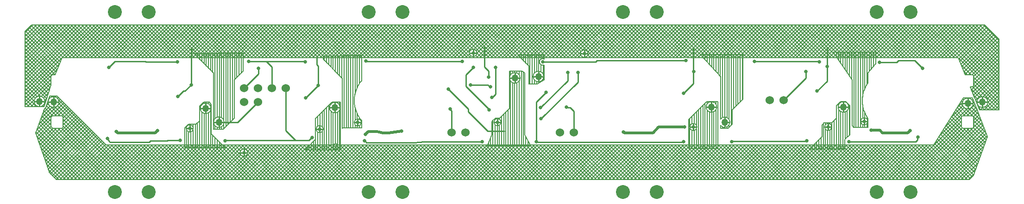
<source format=gbr>
G04*
G04 #@! TF.GenerationSoftware,Altium Limited,Altium Designer,24.10.1 (45)*
G04*
G04 Layer_Physical_Order=2*
G04 Layer_Color=16711680*
%FSLAX25Y25*%
%MOIN*%
G70*
G04*
G04 #@! TF.SameCoordinates,C14CE507-BBC2-466D-ADCE-259A0BF978C6*
G04*
G04*
G04 #@! TF.FilePolarity,Positive*
G04*
G01*
G75*
%ADD10C,0.01000*%
%ADD12C,0.00787*%
%ADD36C,0.01968*%
%ADD39C,0.06000*%
%ADD40C,0.10000*%
%ADD41C,0.02600*%
%ADD42C,0.02598*%
%ADD43C,0.05000*%
%ADD44C,0.00591*%
D10*
X682000Y58000D02*
Y61500D01*
Y58000D02*
X685500D01*
X682000Y54500D02*
Y58000D01*
X678500D02*
X682000D01*
X161000Y22500D02*
X163300D01*
X161000D02*
Y24800D01*
X158700Y22500D02*
X161000D01*
Y20200D02*
Y22500D01*
X24000Y59043D02*
X27500D01*
X24000D02*
Y62543D01*
Y55543D02*
Y59043D01*
X20500D02*
X24000D01*
X403700Y94000D02*
X406000D01*
Y96300D01*
Y94000D02*
X408300D01*
X406000Y91700D02*
Y94000D01*
X692586Y59000D02*
X696086D01*
X692586D02*
Y62500D01*
Y55500D02*
Y59000D01*
X689086D02*
X692586D01*
X326000Y94500D02*
X328300D01*
X326000Y92200D02*
Y94500D01*
Y96800D01*
X323700Y94500D02*
X326000D01*
X13914Y59500D02*
X17414D01*
X13914Y56000D02*
Y59500D01*
Y63000D01*
X10414Y59500D02*
X13914D01*
X143000Y44500D02*
X146500D01*
X143000D02*
Y48000D01*
X139500Y44500D02*
X143000D01*
Y41000D02*
Y44500D01*
X133500Y54500D02*
X137000D01*
X133500D02*
Y58000D01*
Y51000D02*
Y54500D01*
X130000D02*
X133500D01*
X122000Y40000D02*
X124300D01*
X119700D02*
X122000D01*
Y42300D01*
Y37700D02*
Y40000D01*
X242961Y44299D02*
X245261D01*
X242961D02*
Y46599D01*
Y41999D02*
Y44299D01*
X240661D02*
X242961D01*
X226500Y55000D02*
X230000D01*
X226500D02*
Y58500D01*
Y51500D02*
Y55000D01*
X223000D02*
X226500D01*
X215500Y39500D02*
X217800D01*
X215500D02*
Y41800D01*
Y37200D02*
Y39500D01*
X213200D02*
X215500D01*
X607445Y45087D02*
X609744D01*
X607445D02*
Y47386D01*
Y42787D02*
Y45087D01*
X605146D02*
X607445D01*
X592500Y55500D02*
X596000D01*
X592500Y52000D02*
Y55500D01*
Y59000D01*
X589000Y55500D02*
X592500D01*
X581500Y41000D02*
Y43300D01*
Y41000D02*
X583800D01*
X581500Y38700D02*
Y41000D01*
X579200D02*
X581500D01*
X507000Y44500D02*
X510500D01*
X507000Y41000D02*
Y44500D01*
Y48000D01*
X497500Y55500D02*
X501000D01*
X497500Y52000D02*
Y55500D01*
Y59000D01*
X494000Y55500D02*
X497500D01*
X484460Y41000D02*
X486760D01*
X484460Y38700D02*
Y41000D01*
Y43300D01*
X482160Y41000D02*
X484460D01*
X373000Y77500D02*
X376500D01*
X373000Y74000D02*
Y77500D01*
Y81000D01*
X369500Y77500D02*
X373000D01*
X356000Y76500D02*
X359500D01*
X356000Y73000D02*
Y76500D01*
Y80000D01*
X352500Y76500D02*
X356000D01*
X343500Y44500D02*
X345800D01*
X343500Y42200D02*
Y44500D01*
X341200D02*
X343500D01*
Y46800D01*
X324213Y71500D02*
X336511D01*
X323226D02*
X324213D01*
X401500Y73500D02*
Y80500D01*
X394000Y74500D02*
Y80500D01*
X374500Y55000D02*
X394000Y74500D01*
X339500Y62500D02*
X339833D01*
X342000Y64667D02*
Y84000D01*
X339833Y62500D02*
X342000Y64667D01*
X320671Y78671D02*
X326000Y84000D01*
X320671Y70441D02*
Y78671D01*
X143000Y44500D02*
X156500D01*
X171000Y59000D01*
X484500Y80909D02*
Y98500D01*
Y80668D02*
X484741Y80909D01*
X484500Y72500D02*
Y80668D01*
X310500Y37000D02*
Y52567D01*
X309500Y53567D02*
X310500Y52567D01*
X309500Y53567D02*
Y54000D01*
X105795Y88000D02*
X113000D01*
X105795D02*
X105795D01*
X90087Y88500D02*
X90587Y88000D01*
X105795D01*
X68106Y88500D02*
X90087D01*
X161000Y69000D02*
X171500Y79500D01*
Y83500D01*
X248910Y88544D02*
X288630D01*
X248866Y88587D02*
X248910Y88544D01*
X288630D02*
X317956D01*
X288630D02*
X288630D01*
X317956D02*
X318000Y88500D01*
X308056Y68373D02*
X322385Y54043D01*
Y52115D02*
X336500Y38000D01*
X322385Y52115D02*
Y54043D01*
X477500Y65500D02*
X484500Y72500D01*
X565500Y76500D02*
Y81000D01*
X548398Y59398D02*
X565500Y76500D01*
X528750Y88250D02*
X574317D01*
X528500Y88500D02*
X528750Y88250D01*
X393300Y55200D02*
X395800D01*
X398500Y52500D01*
X393000Y55500D02*
X393300Y55200D01*
X374943Y46943D02*
X401500Y73500D01*
X398500Y35784D02*
Y52500D01*
X198000Y31500D02*
X207833D01*
X191000Y38500D02*
Y69000D01*
Y38500D02*
X198000Y31500D01*
X164750Y88250D02*
X177250D01*
X181000Y84500D01*
Y69000D02*
Y84500D01*
X148886Y31500D02*
X198000D01*
X147500Y31000D02*
X147806Y31306D01*
X148692D01*
X207833Y31500D02*
X209833Y33500D01*
X148692Y31306D02*
X148886Y31500D01*
X209833Y33500D02*
X210000D01*
X177250Y88250D02*
X204750D01*
X164500Y88500D02*
X164750Y88250D01*
X204750D02*
X205000Y88000D01*
X106295Y31500D02*
X115000D01*
X105795Y31000D02*
X106295Y31500D01*
X247685Y30913D02*
X248031D01*
X249071Y29874D01*
X281681D01*
X632071Y89000D02*
X643847D01*
X649571Y83276D01*
X644530Y30500D02*
X645721Y31692D01*
Y33363D02*
X646028Y33669D01*
X645721Y31692D02*
Y33363D01*
X63960Y30707D02*
X64667Y30000D01*
X63960Y30707D02*
Y31371D01*
X62882Y32449D02*
X63960Y31371D01*
X64667Y30000D02*
X92783D01*
X62882Y32449D02*
Y32882D01*
X63669Y84063D02*
X68106Y88500D01*
X92783Y30000D02*
X93783Y31000D01*
X105795D01*
X372886Y30126D02*
X476693D01*
X371500Y30500D02*
X371806Y30194D01*
X372818D01*
X372886Y30126D01*
X477067Y30500D02*
X477500D01*
X476693Y30126D02*
X477067Y30500D01*
X630677Y87606D02*
X632071Y89000D01*
X618469Y87606D02*
X630677D01*
X512000Y30500D02*
X512250Y30750D01*
X565750D01*
X566000Y31000D01*
X596500Y30500D02*
X644530D01*
X574317Y88250D02*
X574567Y88000D01*
X371500Y59000D02*
X378500Y66000D01*
X371500Y30500D02*
Y59000D01*
X376000Y88000D02*
X414097D01*
X415097Y89000D01*
X479000D01*
X288639Y30000D02*
X289139Y30500D01*
X332500D01*
X336500Y38000D02*
X348500D01*
X334000Y84385D02*
Y99500D01*
X337000Y77000D02*
Y81385D01*
X334000Y84385D02*
X337000Y81385D01*
X337500Y53500D02*
Y53612D01*
X320671Y70441D02*
X337500Y53612D01*
X336511Y71500D02*
X338011Y70000D01*
X338444D01*
X580000Y24000D02*
X580407Y24408D01*
X580707Y84824D02*
Y97793D01*
X580500Y98000D02*
X580707Y97793D01*
X573500Y67000D02*
X580707Y74207D01*
Y84824D01*
X496922Y54922D02*
X497500Y55500D01*
X288630Y30000D02*
X288639Y30000D01*
X288630Y30000D02*
X288630D01*
X288621Y30000D02*
X288630Y30000D01*
X281681Y29874D02*
X288621Y30000D01*
X227000Y26385D02*
Y27500D01*
X213500Y86000D02*
Y92500D01*
X214500Y71000D02*
Y85000D01*
X213500Y86000D02*
X214500Y85000D01*
X205500Y62000D02*
X214500Y71000D01*
X205500Y62000D02*
X206000D01*
X117642Y67142D02*
X118642D01*
X113500Y63000D02*
X117642Y67142D01*
X118642D02*
X123000Y71500D01*
Y96914D01*
X123586Y97500D01*
X124500D01*
D12*
X685525Y61631D02*
G03*
X686000Y61000I1429J583D01*
G01*
X685525Y61631D02*
G03*
X686000Y61000I1429J583D01*
G01*
X685524Y61632D02*
G03*
X686000Y61000I1430J581D01*
G01*
X686005Y60875D02*
G03*
X686115Y60181I1539J-112D01*
G01*
X685894Y58000D02*
G03*
X685894Y58000I-3894J0D01*
G01*
X596294Y28059D02*
G03*
X596706Y28059I206J2441D01*
G01*
X511794D02*
G03*
X512206Y28059I206J2441D01*
G01*
X477294D02*
G03*
X477706Y28059I206J2441D01*
G01*
X371294D02*
G03*
X371706Y28059I206J2441D01*
G01*
X332294D02*
G03*
X332706Y28059I206J2441D01*
G01*
X163694Y22500D02*
G03*
X163694Y22500I-2694J0D01*
G01*
X20924Y62179D02*
G03*
X21000Y62659I-1467J479D01*
G01*
X20924Y62179D02*
G03*
X21000Y62659I-1467J479D01*
G01*
X27894Y59043D02*
G03*
X27894Y59043I-3894J0D01*
G01*
X17395Y54126D02*
G03*
X18450Y55089I-395J1492D01*
G01*
X17395Y54126D02*
G03*
X18450Y55089I-395J1492D01*
G01*
X480339Y91051D02*
G03*
X477661Y91051I-1339J-2051D01*
G01*
X408694Y94000D02*
G03*
X408694Y94000I-2694J0D01*
G01*
X696480Y59000D02*
G03*
X696480Y59000I-3894J0D01*
G01*
X687543Y61000D02*
G03*
X686954Y62213I-1543J-0D01*
G01*
X687543Y61000D02*
G03*
X686954Y62213I-1543J-0D01*
G01*
X687543Y61000D02*
G03*
X686954Y62213I-1543J-0D01*
G01*
X328694Y94500D02*
G03*
X328694Y94500I-2694J0D01*
G01*
X20153Y64790D02*
G03*
X19457Y63500I847J-1290D01*
G01*
X20153Y64790D02*
G03*
X19457Y63500I847J-1290D01*
G01*
X14217Y55618D02*
G03*
X17808Y59500I-303J3882D01*
G01*
D02*
G03*
X13611Y55618I-3894J0D01*
G01*
X685844Y58623D02*
X686487Y59266D01*
X685611Y59456D02*
X686958Y58110D01*
X685374Y62000D02*
X685523Y61636D01*
X683556Y61569D02*
X683987Y62000D01*
X683067D02*
X683456Y61611D01*
X685039Y60435D02*
X685796Y61193D01*
X684669Y55165D02*
X690215Y49618D01*
X688211Y55030D02*
X696000Y34000D01*
X682984Y54233D02*
X691755Y45462D01*
X686059Y48371D02*
X689429Y51741D01*
X686172Y45867D02*
X690136Y49832D01*
X684129Y49058D02*
X688722Y53651D01*
X686115Y60181D02*
X688211Y55030D01*
X685691Y56760D02*
X688676Y53774D01*
X685000Y49058D02*
X685449Y48969D01*
X678813Y62000D02*
X685374D01*
X680451D02*
X680760Y61691D01*
X678701Y49058D02*
X685000D01*
X675417Y56567D02*
X682925Y49058D01*
X678436Y61398D02*
X679165Y60669D01*
X677430Y59787D02*
X678233Y58984D01*
X674550Y55180D02*
X678195Y58824D01*
X676423Y58177D02*
X678761Y55839D01*
X674410Y54956D02*
X680308Y49058D01*
X678896D02*
X687244Y57406D01*
X681512Y49058D02*
X688001Y55546D01*
X657599Y28059D02*
X678813Y62000D01*
X679839Y54761D02*
X693294Y41306D01*
X665827Y41223D02*
X679565Y54961D01*
X661466Y34245D02*
X681377Y54156D01*
X673404Y53346D02*
X677970Y48780D01*
X672397Y51736D02*
X677529Y46604D01*
X670188Y48201D02*
X678431Y56444D01*
X678252Y48969D02*
X678701Y49058D01*
X671391Y50125D02*
X677529Y43987D01*
X686083Y48334D02*
X686172Y47886D01*
Y43250D02*
X690844Y47922D01*
X685829Y48715D02*
X686083Y48334D01*
X686172Y41390D02*
Y47886D01*
X686083Y40941D02*
X686172Y41390D01*
X685829Y40561D02*
X686083Y40941D01*
X677872Y48715D02*
X678252Y48969D01*
X685449D02*
X685829Y48715D01*
X677618Y48334D02*
X677872Y48715D01*
Y40561D02*
X678252Y40307D01*
X677618Y40941D02*
X677872Y40561D01*
X686172Y45811D02*
X694833Y37150D01*
X686172Y43194D02*
X695833Y33533D01*
X685973Y40777D02*
X695145Y31605D01*
X683915Y40218D02*
X694456Y29677D01*
X686000Y6000D02*
X696000Y34000D01*
X681298Y40218D02*
X693767Y27749D01*
X685449Y40307D02*
X685829Y40561D01*
X685000Y40218D02*
X685449Y40307D01*
X678252D02*
X678701Y40218D01*
X685000D01*
X678677Y40222D02*
X693079Y25820D01*
X677529Y47886D02*
X677618Y48334D01*
X669378Y46904D02*
X692390Y23892D01*
X668371Y45294D02*
X691701Y21964D01*
X677529Y41390D02*
X677618Y40941D01*
X667365Y43684D02*
X691013Y20036D01*
X666358Y42073D02*
X690324Y18108D01*
X677529Y41390D02*
Y47886D01*
X670384Y48515D02*
X677533Y41365D01*
X512206Y28059D02*
X596294D01*
X596706D02*
X657599D01*
X665352Y40463D02*
X689635Y16179D01*
X664345Y38853D02*
X688947Y14251D01*
X663339Y37242D02*
X688258Y12323D01*
X662332Y35632D02*
X687570Y10395D01*
X661326Y34022D02*
X686881Y8467D01*
X660320Y32412D02*
X686193Y6539D01*
X659313Y30801D02*
X685057Y5057D01*
X658307Y29191D02*
X683749Y3749D01*
X554332Y3000D02*
X579391Y28059D01*
X552148D02*
X577207Y3000D01*
X478876Y28059D02*
X503935Y3000D01*
X481060D02*
X506119Y28059D01*
X478443Y3000D02*
X503502Y28059D01*
X481493D02*
X506552Y3000D01*
X477706Y28059D02*
X511794D01*
X473642D02*
X498701Y3000D01*
X473210D02*
X498269Y28059D01*
X476259D02*
X501318Y3000D01*
X475827D02*
X500886Y28059D01*
X491528Y3000D02*
X516587Y28059D01*
X491960D02*
X517019Y3000D01*
X489343Y28059D02*
X514402Y3000D01*
X494577Y28059D02*
X519636Y3000D01*
X551715D02*
X576774Y28059D01*
X494144Y3000D02*
X519204Y28059D01*
X484110D02*
X509169Y3000D01*
X486294D02*
X511353Y28059D01*
X483677Y3000D02*
X508736Y28059D01*
X488911Y3000D02*
X513970Y28059D01*
X486727D02*
X511786Y3000D01*
X452707Y28059D02*
X477767Y3000D01*
X454892D02*
X479951Y28059D01*
X371706D02*
X477294D01*
X457509Y3000D02*
X482568Y28059D01*
X457941D02*
X483000Y3000D01*
X455324Y28059D02*
X480383Y3000D01*
X392087D02*
X417146Y28059D01*
X447474D02*
X472533Y3000D01*
X450091Y28059D02*
X475150Y3000D01*
X449658D02*
X474717Y28059D01*
X467976Y3000D02*
X493035Y28059D01*
X468408D02*
X493468Y3000D01*
X465792Y28059D02*
X490851Y3000D01*
X471025Y28059D02*
X496084Y3000D01*
X470593D02*
X495652Y28059D01*
X460558D02*
X485617Y3000D01*
X462742D02*
X487801Y28059D01*
X460125Y3000D02*
X485184Y28059D01*
X465359Y3000D02*
X490418Y28059D01*
X463175D02*
X488234Y3000D01*
X530780D02*
X555839Y28059D01*
X531213D02*
X556272Y3000D01*
X528596Y28059D02*
X553655Y3000D01*
X533830Y28059D02*
X558889Y3000D01*
X536014D02*
X561073Y28059D01*
X533397Y3000D02*
X558456Y28059D01*
X523362D02*
X548421Y3000D01*
X525547D02*
X550606Y28059D01*
X522930Y3000D02*
X547989Y28059D01*
X528163Y3000D02*
X553223Y28059D01*
X525979D02*
X551038Y3000D01*
X544297Y28059D02*
X569356Y3000D01*
X546482D02*
X571540Y28059D01*
X543865Y3000D02*
X568924Y28059D01*
X549098Y3000D02*
X574157Y28059D01*
X549531D02*
X574590Y3000D01*
X546914Y28059D02*
X571973Y3000D01*
X538631D02*
X563690Y28059D01*
X539064D02*
X564122Y3000D01*
X536447Y28059D02*
X561506Y3000D01*
X541680Y28059D02*
X566739Y3000D01*
X541248D02*
X566307Y28059D01*
X502428D02*
X527487Y3000D01*
X504612D02*
X529671Y28059D01*
X501995Y3000D02*
X527054Y28059D01*
X507229Y3000D02*
X532288Y28059D01*
X507661D02*
X532720Y3000D01*
X505044Y28059D02*
X530103Y3000D01*
X497194Y28059D02*
X522253Y3000D01*
X499378D02*
X524437Y28059D01*
X496761Y3000D02*
X521820Y28059D01*
X499811D02*
X524870Y3000D01*
X452275D02*
X477331Y28056D01*
X517696Y3000D02*
X542755Y28059D01*
X518129D02*
X543188Y3000D01*
X515512Y28059D02*
X540571Y3000D01*
X520746Y28059D02*
X545805Y3000D01*
X520313D02*
X545372Y28059D01*
X510278D02*
X535337Y3000D01*
X512462D02*
X537522Y28059D01*
X509846Y3000D02*
X534905Y28059D01*
X515079Y3000D02*
X540138Y28059D01*
X512895D02*
X537954Y3000D01*
X635454D02*
X677529Y45074D01*
X638071Y3000D02*
X677529Y42458D01*
X632837Y3000D02*
X677529Y47691D01*
X612335Y28059D02*
X637394Y3000D01*
X614520D02*
X639579Y28059D01*
X611903Y3000D02*
X636962Y28059D01*
X606669Y3000D02*
X631728Y28059D01*
X607102D02*
X632161Y3000D01*
X604485Y28059D02*
X629544Y3000D01*
X609718Y28059D02*
X634777Y3000D01*
X609286D02*
X634345Y28059D01*
X656389Y3000D02*
X693673Y40284D01*
X659006Y3000D02*
X694380Y38374D01*
X653772Y3000D02*
X692966Y42193D01*
X664240Y3000D02*
X695794Y34555D01*
X666857Y3000D02*
X694969Y31112D01*
X661623Y3000D02*
X695087Y36464D01*
X648539Y3000D02*
X691551Y46012D01*
X651156Y3000D02*
X692258Y44103D01*
X640688Y3000D02*
X678098Y40410D01*
X645922Y3000D02*
X683139Y40218D01*
X643305Y3000D02*
X680522Y40218D01*
X583117Y3000D02*
X608176Y28059D01*
X583550D02*
X608609Y3000D01*
X580933Y28059D02*
X605992Y3000D01*
X586167Y28059D02*
X611226Y3000D01*
X588351D02*
X613410Y28059D01*
X585734Y3000D02*
X610793Y28059D01*
X575699D02*
X600758Y3000D01*
X577884D02*
X602943Y28059D01*
X572650Y3000D02*
X597709Y28059D01*
X580501Y3000D02*
X605560Y28059D01*
X578316D02*
X603375Y3000D01*
X598818D02*
X623877Y28059D01*
X599251D02*
X624310Y3000D01*
X596202D02*
X621261Y28059D01*
X601868D02*
X626927Y3000D01*
X604052D02*
X629111Y28059D01*
X601435Y3000D02*
X626494Y28059D01*
X590968Y3000D02*
X616027Y28059D01*
X591400D02*
X616460Y3000D01*
X588784Y28059D02*
X613843Y3000D01*
X594017Y28059D02*
X619076Y3000D01*
X593585D02*
X618644Y28059D01*
X635887D02*
X660946Y3000D01*
X638504Y28059D02*
X663563Y3000D01*
X633270Y28059D02*
X658329Y3000D01*
X643738Y28059D02*
X668796Y3000D01*
X646354Y28059D02*
X671413Y3000D01*
X641121Y28059D02*
X666180Y3000D01*
X627604D02*
X652663Y28059D01*
X628036D02*
X653095Y3000D01*
X625420Y28059D02*
X650479Y3000D01*
X630653Y28059D02*
X655712Y3000D01*
X630221D02*
X655280Y28059D01*
X672090Y3000D02*
X692061Y22971D01*
X674707Y3000D02*
X690607Y18900D01*
X669473Y3000D02*
X693515Y27041D01*
X679941Y3000D02*
X687700Y10759D01*
X682558Y3000D02*
X686246Y6688D01*
X677324Y3000D02*
X689153Y14829D01*
X651588Y28059D02*
X676647Y3000D01*
X654205Y28059D02*
X679264Y3000D01*
X648971Y28059D02*
X674030Y3000D01*
X683000D02*
X686000Y6000D01*
X656822Y28059D02*
X681881Y3000D01*
X567416D02*
X592475Y28059D01*
X567849D02*
X592908Y3000D01*
X565232Y28059D02*
X590291Y3000D01*
X570466Y28059D02*
X595525Y3000D01*
X573082Y28059D02*
X598142Y3000D01*
X570033D02*
X595092Y28059D01*
X559998D02*
X585057Y3000D01*
X562183D02*
X587242Y28059D01*
X559566Y3000D02*
X584625Y28059D01*
X564799Y3000D02*
X589858Y28059D01*
X562615D02*
X587674Y3000D01*
X620186Y28059D02*
X645245Y3000D01*
X622370D02*
X647429Y28059D01*
X619753Y3000D02*
X644812Y28059D01*
X624987Y3000D02*
X650046Y28059D01*
X622803D02*
X647862Y3000D01*
X614952Y28059D02*
X640011Y3000D01*
X617136D02*
X642196Y28059D01*
X575267Y3000D02*
X600326Y28059D01*
X617569D02*
X642628Y3000D01*
X596639Y28054D02*
X621693Y3000D01*
X374202Y28059D02*
X399261Y3000D01*
X376386D02*
X401445Y28059D01*
X373769Y3000D02*
X398828Y28059D01*
X379003Y3000D02*
X404062Y28059D01*
X379436D02*
X404495Y3000D01*
X376819Y28059D02*
X401878Y3000D01*
X366351Y28059D02*
X391410Y3000D01*
X368536D02*
X393595Y28059D01*
X365919Y3000D02*
X390978Y28059D01*
X371152Y3000D02*
X396212Y28059D01*
X368968D02*
X394027Y3000D01*
X389471D02*
X414530Y28059D01*
X389903D02*
X414962Y3000D01*
X387286Y28059D02*
X412345Y3000D01*
X394704D02*
X419763Y28059D01*
X557381D02*
X582441Y3000D01*
X392520Y28059D02*
X417579Y3000D01*
X382052Y28059D02*
X407112Y3000D01*
X384237D02*
X409296Y28059D01*
X381620Y3000D02*
X406679Y28059D01*
X386854Y3000D02*
X411913Y28059D01*
X384669D02*
X409728Y3000D01*
X345417Y28059D02*
X370476Y3000D01*
X347601D02*
X372660Y28059D01*
X344984Y3000D02*
X370043Y28059D01*
X350218Y3000D02*
X375277Y28059D01*
X350650D02*
X375709Y3000D01*
X348033Y28059D02*
X373093Y3000D01*
X339750D02*
X364809Y28059D01*
X340183D02*
X365242Y3000D01*
X337566Y28059D02*
X362625Y3000D01*
X342800Y28059D02*
X367859Y3000D01*
X342367D02*
X367426Y28059D01*
X360685Y3000D02*
X385744Y28059D01*
X361118D02*
X386177Y3000D01*
X358501Y28059D02*
X383560Y3000D01*
X363735Y28059D02*
X388794Y3000D01*
X363302D02*
X388361Y28059D01*
X353267D02*
X378326Y3000D01*
X355451D02*
X380510Y28059D01*
X352835Y3000D02*
X377894Y28059D01*
X358068Y3000D02*
X383127Y28059D01*
X355884D02*
X380943Y3000D01*
X429156Y28059D02*
X454215Y3000D01*
X431340D02*
X456399Y28059D01*
X428723Y3000D02*
X453782Y28059D01*
X433957Y3000D02*
X459016Y28059D01*
X434389D02*
X459448Y3000D01*
X431773Y28059D02*
X456832Y3000D01*
X423490D02*
X448549Y28059D01*
X423922D02*
X448981Y3000D01*
X421305Y28059D02*
X446364Y3000D01*
X426539Y28059D02*
X451598Y3000D01*
X426106D02*
X451165Y28059D01*
X444424Y3000D02*
X469483Y28059D01*
X444857D02*
X469916Y3000D01*
X442240Y28059D02*
X467299Y3000D01*
X554765Y28059D02*
X579824Y3000D01*
X556949D02*
X582008Y28059D01*
X447041Y3000D02*
X472100Y28059D01*
X437006D02*
X462065Y3000D01*
X439191D02*
X464250Y28059D01*
X436574Y3000D02*
X461633Y28059D01*
X441808Y3000D02*
X466866Y28059D01*
X439623D02*
X464682Y3000D01*
X402555D02*
X427614Y28059D01*
X402987D02*
X428046Y3000D01*
X400370Y28059D02*
X425429Y3000D01*
X405604Y28059D02*
X430663Y3000D01*
X407788D02*
X432847Y28059D01*
X405172Y3000D02*
X430231Y28059D01*
X397321Y3000D02*
X422380Y28059D01*
X397754D02*
X422813Y3000D01*
X395137Y28059D02*
X420196Y3000D01*
X399938D02*
X424997Y28059D01*
X371592Y28052D02*
X396644Y3000D01*
X416072Y28059D02*
X441131Y3000D01*
X418256D02*
X443315Y28059D01*
X415639Y3000D02*
X440698Y28059D01*
X420873Y3000D02*
X445932Y28059D01*
X418688D02*
X443747Y3000D01*
X410405D02*
X435464Y28059D01*
X410838D02*
X435897Y3000D01*
X408221Y28059D02*
X433280Y3000D01*
X413455Y28059D02*
X438514Y3000D01*
X413022D02*
X438081Y28059D01*
X72832Y3000D02*
X97891Y28059D01*
X73264D02*
X98323Y3000D01*
X70647Y28059D02*
X95706Y3000D01*
X75881Y28059D02*
X100940Y3000D01*
X78065D02*
X103124Y28059D01*
X75449Y3000D02*
X100507Y28059D01*
X65414D02*
X90473Y3000D01*
X67598D02*
X92657Y28059D01*
X64981Y3000D02*
X90040Y28059D01*
X70215Y3000D02*
X95274Y28059D01*
X68031D02*
X93089Y3000D01*
X86348Y28059D02*
X111407Y3000D01*
X88533D02*
X113592Y28059D01*
X85916Y3000D02*
X110975Y28059D01*
X91150Y3000D02*
X116209Y28059D01*
X91582D02*
X116641Y3000D01*
X88965Y28059D02*
X114024Y3000D01*
X80682D02*
X105741Y28059D01*
X81115D02*
X106174Y3000D01*
X78498Y28059D02*
X103557Y3000D01*
X83732Y28059D02*
X108791Y3000D01*
X83299D02*
X108358Y28059D01*
X27509Y60729D02*
X85239Y3000D01*
X27722Y57900D02*
X82622Y3000D01*
X26734Y56271D02*
X80005Y3000D01*
X30971Y46800D02*
X74772Y3000D01*
X30971Y44183D02*
X72155Y3000D01*
X25085Y55303D02*
X77388Y3000D01*
X26500Y63500D02*
X61941Y28059D01*
X30971Y41567D02*
X69538Y3000D01*
X24470Y40218D02*
X61687Y3000D01*
X29703Y40218D02*
X66921Y3000D01*
X27086Y40218D02*
X64304Y3000D01*
X54514D02*
X79573Y28059D01*
X57130Y3000D02*
X82190Y28059D01*
X51897Y3000D02*
X76956Y28059D01*
X62364Y3000D02*
X87423Y28059D01*
X62797D02*
X87856Y3000D01*
X59747D02*
X84806Y28059D01*
X41429Y3000D02*
X66488Y28059D01*
X44046Y3000D02*
X69105Y28059D01*
X38813Y3000D02*
X63872Y28059D01*
X49280Y3000D02*
X74339Y28059D01*
X46663Y3000D02*
X71722Y28059D01*
X162563Y24694D02*
X165929Y28059D01*
X163619Y23132D02*
X168546Y28059D01*
X160372Y25120D02*
X163312Y28059D01*
X332706D02*
X371294D01*
X157003D02*
X160044Y25018D01*
X154386Y28059D02*
X158642Y23803D01*
X151770Y28059D02*
X158656Y21173D01*
X125601Y28059D02*
X150660Y3000D01*
X127786D02*
X152845Y28059D01*
X125169Y3000D02*
X150228Y28059D01*
X128218D02*
X153277Y3000D01*
X119935D02*
X144994Y28059D01*
X120368D02*
X145426Y3000D01*
X117751Y28059D02*
X142810Y3000D01*
X122984Y28059D02*
X148043Y3000D01*
X122552D02*
X147611Y28059D01*
X101617Y3000D02*
X126676Y28059D01*
X102050D02*
X127109Y3000D01*
X99433Y28059D02*
X124492Y3000D01*
X61941Y28059D02*
X332294D01*
X104234Y3000D02*
X129293Y28059D01*
X26000Y3000D02*
X683000D01*
X94199Y28059D02*
X119258Y3000D01*
X96383D02*
X121442Y28059D01*
X93766Y3000D02*
X118825Y28059D01*
X99000Y3000D02*
X124059Y28059D01*
X96816D02*
X121875Y3000D01*
X112517Y28059D02*
X137576Y3000D01*
X114701D02*
X139760Y28059D01*
X112084Y3000D02*
X137143Y28059D01*
X117318Y3000D02*
X142377Y28059D01*
X115134D02*
X140193Y3000D01*
X106851D02*
X131910Y28059D01*
X107283D02*
X132342Y3000D01*
X104666Y28059D02*
X129725Y3000D01*
X109900Y28059D02*
X134959Y3000D01*
X109467D02*
X134527Y28059D01*
X25266Y62725D02*
X26041Y63500D01*
X24739D02*
X25687Y62552D01*
X21000Y63500D02*
X26500D01*
X26852Y61694D02*
X27579Y62421D01*
X27774Y60000D02*
X28887Y61113D01*
X22122Y63500D02*
X22857Y62765D01*
X22600Y62676D02*
X23424Y63500D01*
X21000Y62659D02*
Y63500D01*
X27300Y49058D02*
X34121Y55879D01*
X29897Y49038D02*
X35429Y54571D01*
X24683Y49058D02*
X32812Y57187D01*
X30971Y44879D02*
X38046Y51954D01*
X30971Y42262D02*
X39355Y50645D01*
X30971Y47496D02*
X36738Y53262D01*
X27162Y56770D02*
X30196Y59804D01*
X22160Y55611D02*
X28714Y49058D01*
X23500D02*
X29799D01*
X23051Y48969D02*
X23500Y49058D01*
X19955Y59216D02*
X20924Y62179D01*
X20900Y62106D02*
X21228Y61777D01*
X16353Y51195D02*
X21349Y56191D01*
X19582Y58190D02*
X20568Y57203D01*
X18921Y56380D02*
X20318Y57777D01*
X18450Y55089D02*
X19938Y59166D01*
X18882Y56273D02*
X26097Y49058D01*
X13464Y43072D02*
X26272Y55881D01*
X12019Y39011D02*
X31504Y58496D01*
X18050Y54487D02*
X23483Y49055D01*
X15446Y24120D02*
X40663Y49337D01*
X16975Y52946D02*
X22328Y47593D01*
X14908Y47134D02*
X23043Y55269D01*
X11154Y36579D02*
X17395Y54126D01*
X16289Y51015D02*
X22328Y44976D01*
X15602Y49085D02*
X22328Y42359D01*
X30628Y48715D02*
X30882Y48334D01*
X30971Y47886D01*
X30248Y48969D02*
X30628Y48715D01*
X30971Y41390D02*
Y47886D01*
X30882Y40941D02*
X30971Y41390D01*
X30628Y40561D02*
X30882Y40941D01*
X29799Y49058D02*
X30248Y48969D01*
X22671Y48715D02*
X23051Y48969D01*
X22417Y48334D02*
X22671Y48715D01*
Y40561D02*
X23051Y40307D01*
X22417Y40941D02*
X22671Y40561D01*
X25864Y3136D02*
X56364Y33636D01*
X28345Y3000D02*
X57673Y32327D01*
X24556Y4444D02*
X55056Y34944D01*
X33579Y3000D02*
X60289Y29711D01*
X36196Y3000D02*
X61598Y28402D01*
X30962Y3000D02*
X58981Y31019D01*
X30248Y40307D02*
X30628Y40561D01*
X29799Y40218D02*
X30248Y40307D01*
X23051D02*
X23500Y40218D01*
X29799D01*
X23247Y5753D02*
X53747Y36253D01*
X22328Y41390D02*
X22417Y40941D01*
X16787Y20227D02*
X43280Y46720D01*
X16117Y22174D02*
X41971Y48028D01*
X14105Y28013D02*
X26310Y40218D01*
X14776Y26066D02*
X28927Y40218D01*
X13434Y29959D02*
X23693Y40218D01*
X22328Y47886D02*
X22417Y48334D01*
X22328Y41390D02*
Y47886D01*
X11423Y35798D02*
X22328Y46703D01*
X12764Y31905D02*
X22328Y41469D01*
X12093Y33852D02*
X22328Y44086D01*
X20140Y10496D02*
X49822Y40178D01*
X20140Y10496D02*
X49822Y40178D01*
X19469Y12442D02*
X48514Y41486D01*
X21939Y7061D02*
X52439Y37561D01*
X20811Y8550D02*
X51130Y38870D01*
X18128Y16335D02*
X45897Y44103D01*
X18799Y14389D02*
X47205Y42795D01*
X17458Y18281D02*
X44588Y45412D01*
X20123Y10545D02*
X27668Y3000D01*
X11154Y36579D02*
X21000Y8000D01*
X261245Y3000D02*
X286304Y28059D01*
X261677D02*
X286736Y3000D01*
X259061Y28059D02*
X284120Y3000D01*
X264294Y28059D02*
X289353Y3000D01*
X266478D02*
X291538Y28059D01*
X263862Y3000D02*
X288921Y28059D01*
X253827D02*
X278886Y3000D01*
X256011D02*
X281070Y28059D01*
X253394Y3000D02*
X278453Y28059D01*
X258628Y3000D02*
X283687Y28059D01*
X256444D02*
X281503Y3000D01*
X274762Y28059D02*
X299821Y3000D01*
X276946D02*
X302005Y28059D01*
X274329Y3000D02*
X299388Y28059D01*
X279563Y3000D02*
X304622Y28059D01*
X279995D02*
X305054Y3000D01*
X277379Y28059D02*
X302437Y3000D01*
X269095D02*
X294154Y28059D01*
X269528D02*
X294587Y3000D01*
X266911Y28059D02*
X291970Y3000D01*
X272145Y28059D02*
X297204Y3000D01*
X271712D02*
X296771Y28059D01*
X232892D02*
X257951Y3000D01*
X235076D02*
X260135Y28059D01*
X232459Y3000D02*
X257519Y28059D01*
X237693Y3000D02*
X262752Y28059D01*
X238126D02*
X263185Y3000D01*
X235509Y28059D02*
X260568Y3000D01*
X227226D02*
X252285Y28059D01*
X227658D02*
X252717Y3000D01*
X225042Y28059D02*
X250100Y3000D01*
X230275Y28059D02*
X255334Y3000D01*
X229843D02*
X254902Y28059D01*
X248161Y3000D02*
X273220Y28059D01*
X248593D02*
X273652Y3000D01*
X245976Y28059D02*
X271035Y3000D01*
X251210Y28059D02*
X276269Y3000D01*
X250777D02*
X275836Y28059D01*
X240743D02*
X265802Y3000D01*
X242927D02*
X267986Y28059D01*
X240310Y3000D02*
X265369Y28059D01*
X245544Y3000D02*
X270603Y28059D01*
X243359D02*
X268419Y3000D01*
X316631Y28059D02*
X341690Y3000D01*
X318815D02*
X343875Y28059D01*
X316199Y3000D02*
X341258Y28059D01*
X321432Y3000D02*
X346491Y28059D01*
X321865D02*
X346924Y3000D01*
X319248Y28059D02*
X344307Y3000D01*
X310965D02*
X336024Y28059D01*
X311398D02*
X336457Y3000D01*
X308781Y28059D02*
X333840Y3000D01*
X314014Y28059D02*
X339073Y3000D01*
X313582D02*
X338641Y28059D01*
X331900Y3000D02*
X356959Y28059D01*
X334517Y3000D02*
X359576Y28059D01*
X329715D02*
X354774Y3000D01*
X334949Y28059D02*
X360008Y3000D01*
X337134D02*
X362193Y28059D01*
X332335Y28056D02*
X357391Y3000D01*
X324482Y28059D02*
X349541Y3000D01*
X326666D02*
X351725Y28059D01*
X324049Y3000D02*
X349108Y28059D01*
X329283Y3000D02*
X354342Y28059D01*
X327099D02*
X352158Y3000D01*
X290030D02*
X315089Y28059D01*
X290463D02*
X315522Y3000D01*
X287846Y28059D02*
X312905Y3000D01*
X293080Y28059D02*
X318139Y3000D01*
X295264D02*
X320323Y28059D01*
X292647Y3000D02*
X317706Y28059D01*
X282612D02*
X307671Y3000D01*
X284797D02*
X309856Y28059D01*
X282180Y3000D02*
X307239Y28059D01*
X287413Y3000D02*
X312472Y28059D01*
X285229D02*
X310288Y3000D01*
X303547Y28059D02*
X328606Y3000D01*
X305731D02*
X330790Y28059D01*
X303114Y3000D02*
X328173Y28059D01*
X308348Y3000D02*
X333407Y28059D01*
X306164D02*
X331223Y3000D01*
X297881D02*
X322940Y28059D01*
X298313D02*
X323372Y3000D01*
X295696Y28059D02*
X320756Y3000D01*
X300930Y28059D02*
X325989Y3000D01*
X300498D02*
X325557Y28059D01*
X162237D02*
X187296Y3000D01*
X164421D02*
X189480Y28059D01*
X161804Y3000D02*
X186864Y28059D01*
X167038Y3000D02*
X192097Y28059D01*
X167471D02*
X192530Y3000D01*
X164854Y28059D02*
X189913Y3000D01*
X153954D02*
X179013Y28059D01*
X156571Y3000D02*
X181630Y28059D01*
X151337Y3000D02*
X176396Y28059D01*
X159620D02*
X184679Y3000D01*
X159188D02*
X184247Y28059D01*
X219375Y3000D02*
X244434Y28059D01*
X219808D02*
X244867Y3000D01*
X217191Y28059D02*
X242250Y3000D01*
X222425Y28059D02*
X247484Y3000D01*
X224609D02*
X249668Y28059D01*
X221992Y3000D02*
X247051Y28059D01*
X211957D02*
X237016Y3000D01*
X214142D02*
X239201Y28059D01*
X180555D02*
X205614Y3000D01*
X216758D02*
X241817Y28059D01*
X214574D02*
X239633Y3000D01*
X14229Y45224D02*
X56454Y3000D01*
X14916Y47155D02*
X59070Y3000D01*
X13543Y43294D02*
X53837Y3000D01*
X130835Y28059D02*
X155894Y3000D01*
X133019D02*
X158078Y28059D01*
X130402Y3000D02*
X155461Y28059D01*
X12169Y39434D02*
X48603Y3000D01*
X12856Y41364D02*
X51220Y3000D01*
X11483Y37503D02*
X45986Y3000D01*
X13246Y30507D02*
X40753Y3000D01*
X11870Y34499D02*
X43369Y3000D01*
X146103D02*
X171162Y28059D01*
X146536D02*
X171595Y3000D01*
X143919Y28059D02*
X168978Y3000D01*
X149153Y28059D02*
X174212Y3000D01*
X148720D02*
X173779Y28059D01*
X135636Y3000D02*
X160695Y28059D01*
X136069D02*
X161128Y3000D01*
X133452Y28059D02*
X158511Y3000D01*
X141302Y28059D02*
X166361Y3000D01*
X138685Y28059D02*
X163744Y3000D01*
X191022Y28059D02*
X216082Y3000D01*
X193207D02*
X218266Y28059D01*
X190590Y3000D02*
X215649Y28059D01*
X195824Y3000D02*
X220883Y28059D01*
X196256D02*
X221315Y3000D01*
X193639Y28059D02*
X218698Y3000D01*
X185356D02*
X210415Y28059D01*
X185789D02*
X210848Y3000D01*
X183172Y28059D02*
X208231Y3000D01*
X188406Y28059D02*
X213465Y3000D01*
X187973D02*
X213032Y28059D01*
X206291Y3000D02*
X231350Y28059D01*
X206723D02*
X231783Y3000D01*
X204107Y28059D02*
X229166Y3000D01*
X209340Y28059D02*
X234399Y3000D01*
X211525D02*
X236584Y28059D01*
X208908Y3000D02*
X233967Y28059D01*
X198873D02*
X223932Y3000D01*
X201057D02*
X226116Y28059D01*
X198440Y3000D02*
X223499Y28059D01*
X203674Y3000D02*
X228733Y28059D01*
X201490D02*
X226549Y3000D01*
X140870D02*
X158806Y20937D01*
X163518Y21544D02*
X182062Y3000D01*
X138253D02*
X158380Y23128D01*
X159673Y20156D02*
X176829Y3000D01*
X162303Y20143D02*
X179446Y3000D01*
X143487D02*
X160368Y19882D01*
X15997Y22522D02*
X35519Y3000D01*
X17372Y18530D02*
X32902Y3000D01*
X14621Y26515D02*
X38136Y3000D01*
X21000Y8000D02*
X26000Y3000D01*
X18748Y14537D02*
X30285Y3000D01*
X177506D02*
X202565Y28059D01*
X177938D02*
X202997Y3000D01*
X175321Y28059D02*
X200380Y3000D01*
X182739D02*
X207798Y28059D01*
X180122Y3000D02*
X205182Y28059D01*
X170088D02*
X195147Y3000D01*
X172272D02*
X197331Y28059D01*
X169655Y3000D02*
X194714Y28059D01*
X174889Y3000D02*
X199948Y28059D01*
X172705D02*
X197764Y3000D01*
X485372Y91051D02*
X508994Y114673D01*
X486468D02*
X510090Y91051D01*
X483851Y114673D02*
X507474Y91051D01*
X690582Y114673D02*
X704500Y100755D01*
X489085Y114673D02*
X512707Y91051D01*
X487989D02*
X511611Y114673D01*
X480215Y91127D02*
X503761Y114673D01*
X478618D02*
X502240Y91051D01*
X477522D02*
X501144Y114673D01*
X482755Y91051D02*
X506378Y114673D01*
X481235D02*
X504857Y91051D01*
X498456D02*
X522079Y114673D01*
X499552D02*
X523175Y91051D01*
X496936Y114673D02*
X520558Y91051D01*
X502169Y114673D02*
X525791Y91051D01*
X503690D02*
X527312Y114673D01*
X501073Y91051D02*
X524695Y114673D01*
X491702D02*
X515324Y91051D01*
X493223D02*
X516845Y114673D01*
X490606Y91051D02*
X514228Y114673D01*
X495840Y91051D02*
X519462Y114673D01*
X494319D02*
X517941Y91051D01*
X457683Y114673D02*
X481305Y91051D01*
X459204D02*
X482826Y114673D01*
X456587Y91051D02*
X480209Y114673D01*
X461821Y91051D02*
X485443Y114673D01*
X462917D02*
X486539Y91051D01*
X460300Y114673D02*
X483922Y91051D01*
X451353D02*
X474975Y114673D01*
X452449D02*
X476071Y91051D01*
X449832Y114673D02*
X473454Y91051D01*
X455066Y114673D02*
X478372Y91368D01*
X453970Y91051D02*
X477592Y114673D01*
X472288Y91051D02*
X495910Y114673D01*
X473384D02*
X497006Y91051D01*
X470767Y114673D02*
X494389Y91051D01*
X476001Y114673D02*
X499623Y91051D01*
X474905D02*
X498527Y114673D01*
X465533D02*
X489155Y91051D01*
X467054D02*
X490676Y114673D01*
X464437Y91051D02*
X488060Y114673D01*
X469671Y91051D02*
X493293Y114673D01*
X468150D02*
X491772Y91051D01*
X694327Y114673D02*
X704500Y104500D01*
X693198Y114673D02*
X704500Y103372D01*
X536188Y114673D02*
X559810Y91051D01*
X687965Y114673D02*
X704500Y98138D01*
X685348Y114673D02*
X704500Y95521D01*
X682731Y114673D02*
X704500Y92904D01*
X530955Y114673D02*
X554577Y91051D01*
X532476D02*
X556098Y114673D01*
X529859Y91051D02*
X553481Y114673D01*
X535092Y91051D02*
X558714Y114673D01*
X533572D02*
X557194Y91051D01*
X545560D02*
X569182Y114673D01*
X546656D02*
X570278Y91051D01*
X544039Y114673D02*
X567661Y91051D01*
X549273Y114673D02*
X572895Y91051D01*
X550794D02*
X574416Y114673D01*
X548177Y91051D02*
X571799Y114673D01*
X538805D02*
X562427Y91051D01*
X540326D02*
X563948Y114673D01*
X537709Y91051D02*
X561331Y114673D01*
X542943Y91051D02*
X566565Y114673D01*
X541422D02*
X565044Y91051D01*
X511541D02*
X535163Y114673D01*
X512637D02*
X536259Y91051D01*
X510020Y114673D02*
X533642Y91051D01*
X514158D02*
X537780Y114673D01*
X515254D02*
X538876Y91051D01*
X480339D02*
X675217D01*
X506307D02*
X529929Y114673D01*
X507403D02*
X531025Y91051D01*
X504786Y114673D02*
X528408Y91051D01*
X508924D02*
X532546Y114673D01*
X524625Y91051D02*
X548247Y114673D01*
X525721D02*
X549343Y91051D01*
X523104Y114673D02*
X546726Y91051D01*
X528338Y114673D02*
X551960Y91051D01*
X527242D02*
X550864Y114673D01*
X517871D02*
X541493Y91051D01*
X519391D02*
X543013Y114673D01*
X516775Y91051D02*
X540396Y114673D01*
X522008Y91051D02*
X545630Y114673D01*
X520487D02*
X544109Y91051D01*
X387028Y114673D02*
X405146Y96555D01*
X385932Y91051D02*
X409554Y114673D01*
X383315Y91051D02*
X406937Y114673D01*
X389645D02*
X413267Y91051D01*
X391166D02*
X414788Y114673D01*
X388549Y91051D02*
X412171Y114673D01*
X381794D02*
X403521Y92947D01*
X379177Y114673D02*
X402800Y91051D01*
X378081D02*
X401704Y114673D01*
X384411D02*
X403693Y95391D01*
X380698Y91051D02*
X404320Y114673D01*
X443503Y91051D02*
X467125Y114673D01*
X444599D02*
X468221Y91051D01*
X441982Y114673D02*
X465604Y91051D01*
X447216Y114673D02*
X470838Y91051D01*
X448736D02*
X472358Y114673D01*
X446119Y91051D02*
X469742Y114673D01*
X405346D02*
X428968Y91051D01*
X438269D02*
X461891Y114673D01*
X392262D02*
X415884Y91051D01*
X440886D02*
X464508Y114673D01*
X439365D02*
X462987Y91051D01*
X358243Y114673D02*
X381865Y91051D01*
X359764D02*
X383385Y114673D01*
X357147Y91051D02*
X380769Y114673D01*
X362380Y91051D02*
X386002Y114673D01*
X363476D02*
X387098Y91051D01*
X360859Y114673D02*
X384482Y91051D01*
X351913D02*
X375535Y114673D01*
X353009D02*
X376631Y91051D01*
X350392Y114673D02*
X374014Y91051D01*
X355626Y114673D02*
X379248Y91051D01*
X354530D02*
X378152Y114673D01*
X372848Y91051D02*
X396470Y114673D01*
X373944D02*
X397566Y91051D01*
X371327Y114673D02*
X394949Y91051D01*
X376561Y114673D02*
X400183Y91051D01*
X375465D02*
X399087Y114673D01*
X366093D02*
X389715Y91051D01*
X367614D02*
X391236Y114673D01*
X364997Y91051D02*
X388619Y114673D01*
X370231Y91051D02*
X393853Y114673D01*
X368710D02*
X392332Y91051D01*
X417334D02*
X440956Y114673D01*
X418430D02*
X442052Y91051D01*
X415813Y114673D02*
X439435Y91051D01*
X421047Y114673D02*
X444669Y91051D01*
X422568D02*
X446190Y114673D01*
X419951Y91051D02*
X443573Y114673D01*
X410580D02*
X434202Y91051D01*
X412101D02*
X435722Y114673D01*
X409484Y91051D02*
X433106Y114673D01*
X414717Y91051D02*
X438339Y114673D01*
X413197D02*
X436819Y91051D01*
X431514Y114673D02*
X455136Y91051D01*
X433035D02*
X456657Y114673D01*
X430418Y91051D02*
X454040Y114673D01*
X435652Y91051D02*
X459274Y114673D01*
X436748D02*
X460370Y91051D01*
X434131Y114673D02*
X457753Y91051D01*
X425185D02*
X448807Y114673D01*
X426281D02*
X449903Y91051D01*
X423664Y114673D02*
X447286Y91051D01*
X428898Y114673D02*
X452520Y91051D01*
X427802D02*
X451424Y114673D01*
X394879D02*
X418501Y91051D01*
X396399D02*
X420021Y114673D01*
X393782Y91051D02*
X417405Y114673D01*
X407059Y96477D02*
X425255Y114673D01*
X408407Y95209D02*
X427872Y114673D01*
X397495D02*
X421117Y91051D01*
X400112Y114673D02*
X423734Y91051D01*
X402729Y114673D02*
X426351Y91051D01*
X399016D02*
X422638Y114673D01*
X407963D02*
X431585Y91051D01*
X406867D02*
X430489Y114673D01*
X407391Y91693D02*
X408033Y91051D01*
X408555Y93146D02*
X410650Y91051D01*
X401633D02*
X403523Y92941D01*
X404947Y91521D02*
X405416Y91051D01*
X404250D02*
X404791Y91593D01*
X680114Y114673D02*
X704500Y90288D01*
X679345Y80910D02*
X703718Y105282D01*
X677497Y114673D02*
X704500Y87671D01*
X682451Y78782D02*
X704500Y100831D01*
X685057Y78771D02*
X704500Y98214D01*
X680102Y79050D02*
X704500Y103448D01*
X677831Y84629D02*
X701101Y107899D01*
X678588Y82770D02*
X702409Y106591D01*
X677196Y86189D02*
X684603Y78782D01*
X680211D02*
X685000D01*
X678992Y81776D02*
X681986Y78782D01*
X686172Y72036D02*
X704500Y90364D01*
Y53500D02*
Y104500D01*
X684644Y67890D02*
X704500Y87747D01*
X686157Y64170D02*
X704500Y82513D01*
X686914Y62310D02*
X704500Y79896D01*
X685400Y66030D02*
X704500Y85130D01*
X686172Y77269D02*
X704500Y95597D01*
X686172Y74652D02*
X704500Y92980D01*
X685000Y78782D02*
X685449Y78693D01*
X685829Y78439D02*
X686083Y78059D01*
X685449Y78693D02*
X685829Y78439D01*
X673785Y91051D02*
X695867Y113133D01*
X674881Y114673D02*
X704500Y85054D01*
X671169Y91051D02*
X694559Y114441D01*
X676317Y88349D02*
X698484Y110516D01*
X677074Y86489D02*
X699792Y109208D01*
X675560Y90209D02*
X697176Y111824D01*
X660701Y91051D02*
X684323Y114673D01*
X663318Y91051D02*
X686940Y114673D01*
X658084Y91051D02*
X681706Y114673D01*
X668552Y91051D02*
X692174Y114673D01*
X665935Y91051D02*
X689557Y114673D01*
X661796D02*
X704500Y71970D01*
X659179Y114673D02*
X704500Y69353D01*
X656563Y114673D02*
X704500Y66736D01*
X675400Y90602D02*
X704500Y61502D01*
X653946Y114673D02*
X704500Y64119D01*
X672264Y114673D02*
X704500Y82437D01*
X669647Y114673D02*
X704500Y79820D01*
X667030Y114673D02*
X704500Y77203D01*
X675217Y91051D02*
X680211Y78782D01*
X664413Y114673D02*
X704500Y74586D01*
X694715Y62260D02*
X704500Y72046D01*
X695980Y60908D02*
X704500Y69429D01*
X692729Y62891D02*
X704500Y74662D01*
X696474Y58785D02*
X704500Y66812D01*
X689942Y54871D02*
X690677Y55606D01*
X689767Y55301D02*
X691568Y53500D01*
X696422D02*
X704500Y61578D01*
X699039Y53500D02*
X704500Y58961D01*
X693805Y53500D02*
X704500Y64195D01*
X701655Y53500D02*
X704500Y56344D01*
X704272Y53500D02*
X704500Y53728D01*
X690500Y53500D02*
X704500D01*
X695924Y56995D02*
X699419Y53500D01*
X696479Y59057D02*
X702036Y53500D01*
X694621Y55681D02*
X696802Y53500D01*
X692579Y55106D02*
X694185Y53500D01*
X691188D02*
X692800Y55112D01*
X686172Y71114D02*
Y77610D01*
X686083Y70666D02*
X686172Y71114D01*
X685482Y70054D02*
X692642Y62893D01*
X684379Y68540D02*
X690581Y62338D01*
X686175Y64127D02*
X689266Y61036D01*
X683809Y69942D02*
X686952Y62217D01*
X686083Y78059D02*
X686172Y77610D01*
X685829Y70285D02*
X686083Y70666D01*
X685449Y70031D02*
X685829Y70285D01*
X685000Y69942D02*
X685449Y70031D01*
X683809Y69942D02*
X685000D01*
X687671Y60451D02*
X704500Y77279D01*
X686172Y74596D02*
X704500Y56269D01*
X686172Y77213D02*
X704500Y58885D01*
X687544Y60763D02*
X690500Y53500D01*
X686172Y71979D02*
X704500Y53652D01*
X688428Y58591D02*
X688695Y58857D01*
X687971Y59714D02*
X688692Y58993D01*
X579579Y91051D02*
X603201Y114673D01*
X580675D02*
X604297Y91051D01*
X578058Y114673D02*
X601680Y91051D01*
X583292Y114673D02*
X606914Y91051D01*
X584813D02*
X608435Y114673D01*
X582196Y91051D02*
X605818Y114673D01*
X572824D02*
X596446Y91051D01*
X574345D02*
X597967Y114673D01*
X571728Y91051D02*
X595350Y114673D01*
X576962Y91051D02*
X600584Y114673D01*
X575441D02*
X599063Y91051D01*
X593759Y114673D02*
X617381Y91051D01*
X595280D02*
X618902Y114673D01*
X592663Y91051D02*
X616285Y114673D01*
X597897Y91051D02*
X621519Y114673D01*
X598993D02*
X622615Y91051D01*
X596376Y114673D02*
X619998Y91051D01*
X587429D02*
X611052Y114673D01*
X588525D02*
X612148Y91051D01*
X585909Y114673D02*
X609531Y91051D01*
X591142Y114673D02*
X614764Y91051D01*
X590046D02*
X613668Y114673D01*
X551890D02*
X575512Y91051D01*
X553410D02*
X577032Y114673D01*
X349296Y91051D02*
X372918Y114673D01*
X556027Y91051D02*
X579649Y114673D01*
X557123D02*
X580745Y91051D01*
X554506Y114673D02*
X578128Y91051D01*
X344062D02*
X367684Y114673D01*
X345158D02*
X368780Y91051D01*
X342542Y114673D02*
X366164Y91051D01*
X347775Y114673D02*
X371397Y91051D01*
X346679D02*
X370301Y114673D01*
X566495Y91051D02*
X590117Y114673D01*
X567591D02*
X591213Y91051D01*
X564974Y114673D02*
X588596Y91051D01*
X570208Y114673D02*
X593829Y91051D01*
X569111D02*
X592733Y114673D01*
X559740D02*
X583362Y91051D01*
X561261D02*
X584883Y114673D01*
X558644Y91051D02*
X582266Y114673D01*
X563878Y91051D02*
X587500Y114673D01*
X562357D02*
X585979Y91051D01*
X635629Y114673D02*
X659251Y91051D01*
X637150D02*
X660772Y114673D01*
X634533Y91051D02*
X658155Y114673D01*
X639766Y91051D02*
X663388Y114673D01*
X640862D02*
X664485Y91051D01*
X638246Y114673D02*
X661868Y91051D01*
X629299D02*
X652921Y114673D01*
X630395D02*
X654017Y91051D01*
X627778Y114673D02*
X651400Y91051D01*
X633012Y114673D02*
X656634Y91051D01*
X631916D02*
X655538Y114673D01*
X650234Y91051D02*
X673856Y114673D01*
X651329D02*
X674951Y91051D01*
X648712Y114673D02*
X672334Y91051D01*
X655468D02*
X679090Y114673D01*
X652851Y91051D02*
X676473Y114673D01*
X643478D02*
X667100Y91051D01*
X645000D02*
X668622Y114673D01*
X642383Y91051D02*
X666005Y114673D01*
X647617Y91051D02*
X671239Y114673D01*
X646095D02*
X669717Y91051D01*
X608364D02*
X631986Y114673D01*
X609460D02*
X633082Y91051D01*
X606843Y114673D02*
X630465Y91051D01*
X612077Y114673D02*
X635699Y91051D01*
X613598D02*
X637220Y114673D01*
X610981Y91051D02*
X634603Y114673D01*
X601610D02*
X625232Y91051D01*
X603130D02*
X626753Y114673D01*
X600514Y91051D02*
X624136Y114673D01*
X605747Y91051D02*
X629369Y114673D01*
X604226D02*
X627849Y91051D01*
X622544Y114673D02*
X646167Y91051D01*
X624065D02*
X647687Y114673D01*
X621449Y91051D02*
X645071Y114673D01*
X626682Y91051D02*
X650304Y114673D01*
X625161D02*
X648783Y91051D01*
X616215D02*
X639837Y114673D01*
X617311D02*
X640933Y91051D01*
X614694Y114673D02*
X638316Y91051D01*
X619928Y114673D02*
X643550Y91051D01*
X618832D02*
X642454Y114673D01*
X282354D02*
X305976Y91051D01*
X283875D02*
X307497Y114673D01*
X281258Y91051D02*
X304880Y114673D01*
X303289D02*
X323311Y94652D01*
X286492Y91051D02*
X310114Y114673D01*
X284971D02*
X308593Y91051D01*
X276024D02*
X299646Y114673D01*
X277120D02*
X300742Y91051D01*
X274503Y114673D02*
X298126Y91051D01*
X279737Y114673D02*
X303359Y91051D01*
X278641D02*
X302263Y114673D01*
X295438D02*
X319060Y91051D01*
X296959D02*
X320581Y114673D01*
X294342Y91051D02*
X317964Y114673D01*
X299576Y91051D02*
X323198Y114673D01*
X330978Y91051D02*
X354600Y114673D01*
X298055D02*
X321677Y91051D01*
X289108D02*
X312731Y114673D01*
X290205D02*
X313827Y91051D01*
X287588Y114673D02*
X311210Y91051D01*
X292821Y114673D02*
X316443Y91051D01*
X291725D02*
X315347Y114673D01*
X126864Y91051D02*
X150486Y114673D01*
X127960D02*
X151582Y91051D01*
X125343Y114673D02*
X148965Y91051D01*
X130577Y114673D02*
X154199Y91051D01*
X132097D02*
X155720Y114673D01*
X129481Y91051D02*
X153103Y114673D01*
X120109D02*
X143731Y91051D01*
X121630D02*
X145252Y114673D01*
X119013Y91051D02*
X142635Y114673D01*
X124247Y91051D02*
X147869Y114673D01*
X122726D02*
X146348Y91051D01*
X269270Y114673D02*
X292892Y91051D01*
X270791D02*
X294413Y114673D01*
X268174Y91051D02*
X291796Y114673D01*
X273407Y91051D02*
X297029Y114673D01*
X271887D02*
X295509Y91051D01*
X262940D02*
X286562Y114673D01*
X264036D02*
X287658Y91051D01*
X261419Y114673D02*
X285041Y91051D01*
X266653Y114673D02*
X290275Y91051D01*
X265557D02*
X289179Y114673D01*
X326588Y97129D02*
X344133Y114673D01*
X328171Y96095D02*
X346750Y114673D01*
X324224D02*
X347846Y91051D01*
X328635Y93942D02*
X349366Y114673D01*
X327944Y92635D02*
X329528Y91051D01*
X326840Y114673D02*
X350463Y91051D01*
X326151Y91811D02*
X326911Y91051D01*
X325744D02*
X326558Y91865D01*
X336212Y91051D02*
X359834Y114673D01*
X337308D02*
X360930Y91051D01*
X334691Y114673D02*
X358313Y91051D01*
X339925Y114673D02*
X363547Y91051D01*
X341445D02*
X365068Y114673D01*
X338829Y91051D02*
X362451Y114673D01*
X329457D02*
X353079Y91051D01*
X332074Y114673D02*
X355696Y91051D01*
X328361D02*
X351983Y114673D01*
X333595Y91051D02*
X357217Y114673D01*
X328694Y94502D02*
X332144Y91051D01*
X307427D02*
X331048Y114673D01*
X310043Y91051D02*
X333665Y114673D01*
X304810Y91051D02*
X328432Y114673D01*
X30089Y91051D02*
X477661D01*
X8173Y114673D02*
X694327D01*
X305906D02*
X324135Y96444D01*
X302193Y91051D02*
X325815Y114673D01*
X300672D02*
X324294Y91051D01*
X308523Y114673D02*
X326002Y97194D01*
X316373Y114673D02*
X339995Y91051D01*
X317894D02*
X341516Y114673D01*
X315277Y91051D02*
X338899Y114673D01*
X321607D02*
X345229Y91051D01*
X318990Y114673D02*
X342612Y91051D01*
X312660D02*
X336282Y114673D01*
X313756D02*
X337378Y91051D01*
X311139Y114673D02*
X334761Y91051D01*
X323128D02*
X324405Y92329D01*
X320511Y91051D02*
X323371Y93912D01*
X44221Y114673D02*
X67843Y91051D01*
X45742D02*
X69363Y114673D01*
X43125Y91051D02*
X66747Y114673D01*
X48358Y91051D02*
X71980Y114673D01*
X49454D02*
X73076Y91051D01*
X46837Y114673D02*
X70460Y91051D01*
X38987Y114673D02*
X62609Y91051D01*
X40508D02*
X64130Y114673D01*
X37891Y91051D02*
X61513Y114673D01*
X43125Y91051D02*
X66747Y114673D01*
X41604D02*
X65226Y91051D01*
X58826D02*
X82448Y114673D01*
X59922D02*
X83544Y91051D01*
X57305Y114673D02*
X80927Y91051D01*
X62539Y114673D02*
X86161Y91051D01*
X117492Y114673D02*
X141114Y91051D01*
X61443D02*
X85065Y114673D01*
X52071D02*
X75693Y91051D01*
X53592D02*
X77214Y114673D01*
X50975Y91051D02*
X74597Y114673D01*
X56209Y91051D02*
X79831Y114673D01*
X54688D02*
X78310Y91051D01*
X3437Y95850D02*
X22260Y114673D01*
X3437Y93233D02*
X24877Y114673D01*
X3437Y98467D02*
X19643Y114673D01*
X12818D02*
X36441Y91051D01*
X15435Y114673D02*
X39057Y91051D01*
X10202Y114673D02*
X33824Y91051D01*
X3437Y108934D02*
X9176Y114673D01*
X3437Y106317D02*
X11793Y114673D01*
X3437Y109937D02*
X8173Y114673D01*
X3437Y101084D02*
X17027Y114673D01*
X3437Y103701D02*
X14410Y114673D01*
X32657Y91051D02*
X56279Y114673D01*
X33753D02*
X57375Y91051D01*
X31136Y114673D02*
X54758Y91051D01*
X36370Y114673D02*
X59992Y91051D01*
X35274D02*
X58896Y114673D01*
X20669D02*
X44291Y91051D01*
X23286Y114673D02*
X46908Y91051D01*
X18052Y114673D02*
X41674Y91051D01*
X28519Y114673D02*
X52142Y91051D01*
X25903Y114673D02*
X49525Y91051D01*
X98079D02*
X121701Y114673D01*
X99174D02*
X122796Y91051D01*
X96558Y114673D02*
X120180Y91051D01*
X101791Y114673D02*
X125413Y91051D01*
X103312D02*
X126934Y114673D01*
X100695Y91051D02*
X124317Y114673D01*
X91324D02*
X114946Y91051D01*
X92845D02*
X116467Y114673D01*
X90228Y91051D02*
X113850Y114673D01*
X95462Y91051D02*
X119084Y114673D01*
X93941D02*
X117563Y91051D01*
X112259Y114673D02*
X135881Y91051D01*
X113780D02*
X137402Y114673D01*
X111163Y91051D02*
X134785Y114673D01*
X116396Y91051D02*
X140018Y114673D01*
X114876D02*
X138498Y91051D01*
X105929D02*
X129551Y114673D01*
X107025D02*
X130647Y91051D01*
X104408Y114673D02*
X128030Y91051D01*
X109642Y114673D02*
X133264Y91051D01*
X108546D02*
X132168Y114673D01*
X70389D02*
X94011Y91051D01*
X71910D02*
X95532Y114673D01*
X69293Y91051D02*
X92915Y114673D01*
X74527Y91051D02*
X98149Y114673D01*
X75623D02*
X99245Y91051D01*
X73006Y114673D02*
X96628Y91051D01*
X65155Y114673D02*
X88778Y91051D01*
X66676D02*
X90298Y114673D01*
X64059Y91051D02*
X87682Y114673D01*
X67772D02*
X91394Y91051D01*
X7879Y114379D02*
X31207Y91051D01*
X84994D02*
X108616Y114673D01*
X86090D02*
X109712Y91051D01*
X83473Y114673D02*
X107095Y91051D01*
X88707Y114673D02*
X112329Y91051D01*
X87611D02*
X111233Y114673D01*
X78240D02*
X101862Y91051D01*
X79760D02*
X103383Y114673D01*
X77144Y91051D02*
X100766Y114673D01*
X82377Y91051D02*
X105999Y114673D01*
X80857D02*
X104479Y91051D01*
X184434D02*
X208057Y114673D01*
X185530D02*
X209153Y91051D01*
X182914Y114673D02*
X206536Y91051D01*
X188147Y114673D02*
X211769Y91051D01*
X189668D02*
X213290Y114673D01*
X187051Y91051D02*
X210673Y114673D01*
X177680D02*
X201302Y91051D01*
X179201D02*
X202823Y114673D01*
X176584Y91051D02*
X200206Y114673D01*
X181818Y91051D02*
X205440Y114673D01*
X180297D02*
X203919Y91051D01*
X198615Y114673D02*
X222237Y91051D01*
X200136D02*
X223758Y114673D01*
X197519Y91051D02*
X221141Y114673D01*
X202752Y91051D02*
X226375Y114673D01*
X203849D02*
X227470Y91051D01*
X201232Y114673D02*
X224854Y91051D01*
X192285D02*
X215907Y114673D01*
X193381D02*
X217003Y91051D01*
X190764Y114673D02*
X214386Y91051D01*
X195998Y114673D02*
X219620Y91051D01*
X194902D02*
X218524Y114673D01*
X156745D02*
X180367Y91051D01*
X158266D02*
X181888Y114673D01*
X155649Y91051D02*
X179271Y114673D01*
X160883Y91051D02*
X184505Y114673D01*
X161979D02*
X185601Y91051D01*
X159362Y114673D02*
X182984Y91051D01*
X150416D02*
X174038Y114673D01*
X151512D02*
X175134Y91051D01*
X148895Y114673D02*
X172517Y91051D01*
X154128Y114673D02*
X177750Y91051D01*
X153032D02*
X176654Y114673D01*
X171350Y91051D02*
X194972Y114673D01*
X172446D02*
X196068Y91051D01*
X169829Y114673D02*
X193451Y91051D01*
X175063Y114673D02*
X198685Y91051D01*
X173967D02*
X197589Y114673D01*
X164596D02*
X188218Y91051D01*
X166117D02*
X189739Y114673D01*
X163500Y91051D02*
X187122Y114673D01*
X168733Y91051D02*
X192356Y114673D01*
X167213D02*
X190835Y91051D01*
X240484Y114673D02*
X264106Y91051D01*
X242005D02*
X265627Y114673D01*
X239388Y91051D02*
X263010Y114673D01*
X244622Y91051D02*
X268244Y114673D01*
X245718D02*
X269340Y91051D01*
X243101Y114673D02*
X266723Y91051D01*
X234155D02*
X257777Y114673D01*
X235251D02*
X258873Y91051D01*
X232634Y114673D02*
X256256Y91051D01*
X237867Y114673D02*
X261490Y91051D01*
X236771D02*
X260394Y114673D01*
X255089Y91051D02*
X278712Y114673D01*
X256186D02*
X279807Y91051D01*
X253569Y114673D02*
X277191Y91051D01*
X258802Y114673D02*
X282424Y91051D01*
X260323D02*
X283945Y114673D01*
X257706Y91051D02*
X281328Y114673D01*
X248335D02*
X271957Y91051D01*
X249856D02*
X273478Y114673D01*
X247239Y91051D02*
X270861Y114673D01*
X252473Y91051D02*
X276095Y114673D01*
X250952D02*
X274574Y91051D01*
X213220D02*
X236842Y114673D01*
X214316D02*
X237938Y91051D01*
X211699Y114673D02*
X235321Y91051D01*
X216933Y114673D02*
X240555Y91051D01*
X218454D02*
X242076Y114673D01*
X215837Y91051D02*
X239459Y114673D01*
X206465D02*
X230087Y91051D01*
X207986D02*
X231608Y114673D01*
X205369Y91051D02*
X228991Y114673D01*
X210603Y91051D02*
X234225Y114673D01*
X209082D02*
X232704Y91051D01*
X227400Y114673D02*
X251022Y91051D01*
X228921D02*
X252543Y114673D01*
X226304Y91051D02*
X249926Y114673D01*
X231538Y91051D02*
X255160Y114673D01*
X230017D02*
X253639Y91051D01*
X221070D02*
X244692Y114673D01*
X222166D02*
X245789Y91051D01*
X219550Y114673D02*
X243172Y91051D01*
X224783Y114673D02*
X248405Y91051D01*
X223687D02*
X247309Y114673D01*
X141044D02*
X164666Y91051D01*
X142565D02*
X166187Y114673D01*
X139948Y91051D02*
X163570Y114673D01*
X145182Y91051D02*
X168804Y114673D01*
X146278D02*
X169900Y91051D01*
X143661Y114673D02*
X167283Y91051D01*
X134714D02*
X158336Y114673D01*
X135810D02*
X159432Y91051D01*
X133194Y114673D02*
X156816Y91051D01*
X138427Y114673D02*
X162049Y91051D01*
X137331D02*
X160953Y114673D01*
X147799Y91051D02*
X171421Y114673D01*
X6571Y113071D02*
X29658Y89984D01*
X5262Y111762D02*
X28905Y88120D01*
X3954Y110454D02*
X28152Y86256D01*
X25133Y78782D02*
X30089Y91051D01*
X3437Y61831D02*
X28348Y86742D01*
X3437Y105737D02*
X26646Y82528D01*
X3437Y103120D02*
X25893Y80664D01*
X3437Y108354D02*
X27399Y84392D01*
X23500Y78782D02*
X25133D01*
X3437Y100503D02*
X25140Y78800D01*
X3437Y82766D02*
X35344Y114673D01*
X3437Y80149D02*
X37961Y114673D01*
X3437Y85383D02*
X32728Y114673D01*
X3437Y74915D02*
X43195Y114673D01*
X3437Y72298D02*
X45812Y114673D01*
X3437Y77532D02*
X40578Y114673D01*
X3437Y87999D02*
X30111Y114673D01*
X3437Y97886D02*
X22799Y78524D01*
X3437Y90616D02*
X27494Y114673D01*
X3437Y92652D02*
X22328Y73762D01*
X3437Y95269D02*
X22328Y76378D01*
X3437Y67065D02*
X51046Y114673D01*
X3437Y64448D02*
X53662Y114673D01*
X3437Y69682D02*
X48429Y114673D01*
X3437Y59214D02*
X26575Y82353D01*
X3437Y90036D02*
X22254Y71218D01*
X3437Y87419D02*
X21610Y69246D01*
X3437Y84802D02*
X20965Y67274D01*
X3437Y55618D02*
Y109937D01*
Y79568D02*
X19457Y63548D01*
X3437Y82185D02*
X20321Y65302D01*
X23051Y78693D02*
X23500Y78782D01*
X22671Y78439D02*
X23051Y78693D01*
X22417Y78059D02*
X22671Y78439D01*
X22328Y77610D02*
X22417Y78059D01*
X22328Y71443D02*
Y77610D01*
X20153Y64790D02*
X22328Y71443D01*
X15236Y63162D02*
X21751Y69677D01*
X15236Y63162D02*
X21751Y69677D01*
X19457Y62659D02*
Y63500D01*
X17703Y60396D02*
X19209Y61902D01*
X18488Y59695D02*
X19457Y62659D01*
X16802Y62112D02*
X20480Y65790D01*
X17776Y59995D02*
X18378Y59394D01*
X17000Y55618D02*
X18488Y59695D01*
X17397Y57758D02*
X17678Y57476D01*
X15542Y55618D02*
X17838Y57914D01*
X16194Y56344D02*
X16920Y55618D01*
X14217D02*
X17000D01*
X3437Y74335D02*
X14409Y63362D01*
X3437Y56597D02*
X22328Y75488D01*
X3437Y76951D02*
X19031Y61357D01*
X12634Y63177D02*
X22328Y72871D01*
X3437Y69101D02*
X10758Y61780D01*
X3437Y66484D02*
X10039Y59882D01*
X3437Y71718D02*
X12172Y62982D01*
X7692Y55618D02*
X10252Y58178D01*
X3437Y63867D02*
X11686Y55618D01*
X10308D02*
X11303Y56612D01*
X3437Y55618D02*
X13611D01*
X3437Y58633D02*
X6452Y55618D01*
X5075D02*
X10237Y60781D01*
X3437Y61250D02*
X9069Y55618D01*
X7692D02*
X10252Y58178D01*
X3437Y56017D02*
X3836Y55618D01*
D36*
X640345Y38394D02*
X640516D01*
X638823Y36872D02*
X640345Y38394D01*
X620653Y36872D02*
X638823D01*
X618737Y38787D02*
X620653Y36872D01*
X612563Y38787D02*
X618737D01*
X434188Y37481D02*
X434359D01*
X434968Y36872D02*
X455472D01*
X434359Y37481D02*
X434968Y36872D01*
X459600Y41000D02*
X478000D01*
X455472Y36872D02*
X459600Y41000D01*
X265165Y36872D02*
X274457Y38000D01*
X260913Y36872D02*
X265165D01*
X256628Y37606D02*
X258619Y37239D01*
X260913Y36872D01*
X250612Y37606D02*
X256628D01*
X248643Y35638D02*
X250612Y37606D01*
X248472Y35638D02*
X248643D01*
X69181Y37606D02*
X69352D01*
X70139Y36819D02*
X97134D01*
X98709Y38394D01*
X69352Y37606D02*
X70139Y36819D01*
D39*
X549500Y60500D02*
D03*
X539500D02*
D03*
X398500Y37000D02*
D03*
X388500D02*
D03*
X320500D02*
D03*
X310500D02*
D03*
X171000Y69000D02*
D03*
X191000D02*
D03*
X181000D02*
D03*
X161000D02*
D03*
Y59000D02*
D03*
X171000D02*
D03*
D40*
X640909Y124221D02*
D03*
X616500D02*
D03*
X640909Y-6095D02*
D03*
X616500D02*
D03*
X458079D02*
D03*
X433669D02*
D03*
X458079Y124221D02*
D03*
X433669D02*
D03*
X275244Y-6095D02*
D03*
X250835D02*
D03*
X275244Y124221D02*
D03*
X250835D02*
D03*
X92409Y-6095D02*
D03*
X68000D02*
D03*
X92409Y124221D02*
D03*
X68000D02*
D03*
D41*
X343500Y44500D02*
D03*
X406000Y94000D02*
D03*
X401500Y80500D02*
D03*
X394000D02*
D03*
X339500Y62500D02*
D03*
X342000Y84000D02*
D03*
X326000D02*
D03*
X484741Y80909D02*
D03*
X309500Y54000D02*
D03*
X113000Y88000D02*
D03*
X171500Y83500D02*
D03*
X248866Y88587D02*
D03*
X308056Y68373D02*
D03*
X528500Y88500D02*
D03*
X393000Y55500D02*
D03*
X374943Y46943D02*
D03*
X374500Y55000D02*
D03*
X581500Y41000D02*
D03*
X484460D02*
D03*
X478000D02*
D03*
X274457Y38000D02*
D03*
X215500Y39500D02*
D03*
X69181Y37606D02*
D03*
X565500Y81000D02*
D03*
X161000Y22500D02*
D03*
X164500Y88500D02*
D03*
X242961Y44299D02*
D03*
X122000Y40000D02*
D03*
X98709Y38394D02*
D03*
X115000Y31500D02*
D03*
X210000Y33500D02*
D03*
X247685Y30913D02*
D03*
X248472Y35638D02*
D03*
X649571Y83276D02*
D03*
X646028Y33669D02*
D03*
X62882Y32882D02*
D03*
X63669Y84063D02*
D03*
X147500Y31000D02*
D03*
X477500Y30500D02*
D03*
X618469Y87606D02*
D03*
X566000Y31000D02*
D03*
X596500Y30500D02*
D03*
X512000D02*
D03*
X378500Y66000D02*
D03*
X376000Y88000D02*
D03*
X371500Y30500D02*
D03*
X332500D02*
D03*
X318000Y88500D02*
D03*
X326000Y94500D02*
D03*
X337000Y77000D02*
D03*
X337500Y53500D02*
D03*
X338444Y70000D02*
D03*
X324213Y71500D02*
D03*
X640516Y38394D02*
D03*
X612563Y38787D02*
D03*
X575000Y88000D02*
D03*
X573500Y67000D02*
D03*
X580707Y84824D02*
D03*
X479000Y89000D02*
D03*
X434188Y37481D02*
D03*
X477500Y65500D02*
D03*
X205000Y88000D02*
D03*
X205500Y62000D02*
D03*
X214500Y71000D02*
D03*
X113500Y63000D02*
D03*
X123000Y71500D02*
D03*
D42*
X607445Y45087D02*
D03*
D43*
X507000Y44500D02*
D03*
X226500Y55000D02*
D03*
X143000Y44500D02*
D03*
X133500Y54500D02*
D03*
X373000Y77500D02*
D03*
X356000Y76500D02*
D03*
X497500Y55500D02*
D03*
X24000Y59043D02*
D03*
X13914Y59500D02*
D03*
X682000Y58000D02*
D03*
X692586Y59000D02*
D03*
X592500Y55500D02*
D03*
D44*
X146795Y44500D02*
G03*
X146795Y44500I-3795J0D01*
G01*
X137295Y54500D02*
G03*
X137295Y54500I-3795J0D01*
G01*
X124595Y40000D02*
G03*
X124595Y40000I-2595J0D01*
G01*
X245556Y44299D02*
G03*
X245556Y44299I-2595J0D01*
G01*
X230295Y55000D02*
G03*
X230295Y55000I-3795J0D01*
G01*
X228551Y27500D02*
G03*
X225449Y27500I-1551J0D01*
G01*
Y26385D02*
G03*
X228551Y26385I1551J0D01*
G01*
X218095Y39500D02*
G03*
X218095Y39500I-2595J0D01*
G01*
X610039Y45087D02*
G03*
X610039Y45087I-2595J0D01*
G01*
X596295Y55500D02*
G03*
X596295Y55500I-3795J0D01*
G01*
X584095Y41000D02*
G03*
X584095Y41000I-2595J0D01*
G01*
X581841Y25000D02*
G03*
X579311Y25504I-1434J-593D01*
G01*
X504000Y42175D02*
G03*
X510795Y44500I3000J2325D01*
G01*
D02*
G03*
X504000Y46825I-3795J0D01*
G01*
X501295Y55500D02*
G03*
X501295Y55500I-3795J0D01*
G01*
X487055Y41000D02*
G03*
X487055Y41000I-2595J0D01*
G01*
X377000Y90128D02*
G03*
X377000Y85872I-1000J-2128D01*
G01*
X376795Y77500D02*
G03*
X376795Y77500I-3795J0D01*
G01*
X359795Y76500D02*
G03*
X359795Y76500I-3795J0D01*
G01*
X346095Y44500D02*
G03*
X346095Y44500I-2595J0D01*
G01*
X160500Y81500D02*
Y94500D01*
X159106Y80106D02*
Y94480D01*
X157531Y78531D02*
Y94458D01*
X155956Y76956D02*
Y94436D01*
X154000Y75000D02*
X160500Y81500D01*
X154381Y75381D02*
Y94414D01*
X152806Y46306D02*
Y94392D01*
X144932Y47767D02*
Y94281D01*
X154000Y47500D02*
Y75000D01*
X143358Y48278D02*
Y94259D01*
X151232Y44732D02*
Y94370D01*
X149657Y43157D02*
Y94347D01*
X148082Y41582D02*
Y94325D01*
X146000Y39500D02*
X154000Y47500D01*
X146507Y45950D02*
Y94303D01*
Y40007D02*
Y43050D01*
X144932Y39500D02*
Y41234D01*
X143358Y39500D02*
Y40722D01*
X137058Y81942D02*
Y94170D01*
X138633Y80367D02*
Y94192D01*
X125000Y94000D02*
X160500Y94500D01*
X135484Y83516D02*
Y94148D01*
X133909Y85091D02*
Y94125D01*
X130759Y88241D02*
Y94081D01*
X132334Y86666D02*
Y94103D01*
X129184Y89816D02*
Y94059D01*
X127610Y91390D02*
Y94037D01*
X126035Y92965D02*
Y94015D01*
X141783Y39500D02*
Y40905D01*
X139000Y39500D02*
X146000Y39500D01*
X141783Y48095D02*
Y94236D01*
X140208Y47071D02*
Y94214D01*
X125000Y94000D02*
X139000Y80000D01*
X140208Y39500D02*
Y41929D01*
X139000Y39500D02*
Y80000D01*
X135484Y57736D02*
Y59000D01*
X136000D02*
X137500Y57000D01*
X132000Y59000D02*
X136000D01*
X137058Y55820D02*
Y57589D01*
X137500Y36000D02*
Y57000D01*
X133909Y58273D02*
Y59000D01*
X132334Y58112D02*
Y59000D01*
X130759Y57125D02*
Y57759D01*
X140208Y26000D02*
Y33292D01*
X141783Y26000D02*
Y31717D01*
X137500Y36000D02*
X147500Y26000D01*
X144932D02*
Y28568D01*
X146507Y26000D02*
Y26993D01*
X143358Y26000D02*
Y30142D01*
X135484Y26000D02*
Y51264D01*
X137058Y26000D02*
Y53180D01*
X130759Y26000D02*
Y51875D01*
X133909Y26000D02*
Y50727D01*
X138633Y26000D02*
Y34867D01*
X132334Y26000D02*
Y50888D01*
X129000Y45500D02*
Y56000D01*
X132000Y59000D01*
X126500Y43000D02*
X129000Y45500D01*
X121000Y43000D02*
X126500D01*
X121310Y42502D02*
Y43000D01*
X122885Y42440D02*
Y43000D01*
X118500Y40500D02*
X121000Y43000D01*
X119736Y41268D02*
Y41736D01*
X124460Y40827D02*
Y43000D01*
X127610Y26000D02*
Y44110D01*
X129184Y26000D02*
Y56184D01*
X126035Y26000D02*
Y43000D01*
X124460Y26000D02*
Y39173D01*
X118500Y26000D02*
X147500D01*
X118500D02*
Y40500D01*
X121310Y26000D02*
Y37498D01*
X122885Y26000D02*
Y37560D01*
X119736Y26000D02*
Y38732D01*
X245717Y80913D02*
Y92724D01*
Y74446D02*
Y80913D01*
X244145Y72338D02*
Y92712D01*
X244327Y72635D02*
X245717Y74446D01*
X242844Y70085D02*
X244249Y72519D01*
X241707Y67363D02*
X242782Y69959D01*
X242570Y69447D02*
Y92699D01*
X240995Y64743D02*
Y92686D01*
X240934Y64516D02*
X241662Y67231D01*
X240934Y55580D02*
X241662Y52865D01*
X241707Y52733D02*
X242782Y50137D01*
X240540Y61593D02*
X240907Y64379D01*
X244145Y46609D02*
Y47758D01*
X244327Y47461D02*
X245717Y45650D01*
X242844Y50011D02*
X244249Y47577D01*
X244145Y40362D02*
Y41990D01*
X245717Y40362D02*
Y45650D01*
X242570Y46865D02*
Y50649D01*
X240995Y45994D02*
Y55353D01*
X242570Y40362D02*
Y41734D01*
X240995Y40362D02*
Y42604D01*
X229972Y78028D02*
Y92597D01*
X231546Y76454D02*
Y92610D01*
X218000Y92500D02*
X245717Y92724D01*
X226822Y81178D02*
Y92571D01*
X228397Y79603D02*
Y92584D01*
X218000Y90000D02*
X231937Y76063D01*
X223672Y84328D02*
Y92546D01*
X225247Y82753D02*
Y92559D01*
X222098Y85902D02*
Y92533D01*
X218948Y89052D02*
Y92508D01*
X220523Y87477D02*
Y92520D01*
X218000Y90000D02*
Y92500D01*
X240531Y58643D02*
X240531Y61453D01*
X240540Y58503D02*
X240907Y55717D01*
X239420Y40362D02*
Y92673D01*
X232331Y40362D02*
X245717D01*
X236271D02*
Y92648D01*
X237846Y40362D02*
Y92661D01*
X234696Y40362D02*
Y92635D01*
X233121Y40362D02*
Y92622D01*
X231937Y39968D02*
X232331Y40362D01*
X231937Y39968D02*
Y76063D01*
X228397Y58287D02*
Y59000D01*
X229972Y56534D02*
Y59000D01*
X224500D02*
X230500D01*
X228397Y28175D02*
Y51713D01*
X225247Y58583D02*
Y59000D01*
X223672Y57532D02*
Y58172D01*
X226822Y29041D02*
Y51218D01*
X229972Y24500D02*
Y53466D01*
X230500Y24500D02*
Y59000D01*
X228551Y26385D02*
Y27500D01*
X228397Y24500D02*
Y25711D01*
X223672Y24500D02*
Y52468D01*
X225247Y24500D02*
Y51417D01*
X222098Y24500D02*
Y56598D01*
X226822Y24500D02*
Y24845D01*
X225449Y26385D02*
Y27500D01*
X215798Y42078D02*
Y50298D01*
X217373Y41296D02*
Y51873D01*
X212500Y47000D02*
X224500Y59000D01*
X205000Y24500D02*
X230500D01*
X214224Y41760D02*
Y48724D01*
X212500Y32000D02*
Y47000D01*
X218948Y24500D02*
Y53448D01*
X220523Y24500D02*
Y55023D01*
X212649Y24500D02*
Y47149D01*
X215798Y24500D02*
Y36922D01*
X217373Y24500D02*
Y37704D01*
X214224Y24500D02*
Y37240D01*
X209499Y24500D02*
Y28999D01*
X211074Y24500D02*
Y30574D01*
X205000Y24500D02*
X212500Y32000D01*
X207924Y24500D02*
Y27424D01*
X206350Y24500D02*
Y25850D01*
X614223Y85050D02*
Y95087D01*
X612648Y83180D02*
Y95087D01*
X611073Y81310D02*
Y95087D01*
X615713Y86819D02*
Y95087D01*
X610141Y72828D02*
Y80203D01*
X615713Y86819D01*
X609498Y71796D02*
Y95087D01*
X608511Y70085D02*
X609916Y72519D01*
X607924Y68691D02*
Y95087D01*
X607373Y67363D02*
X608449Y69959D01*
X606601Y55580D02*
X607328Y52865D01*
X606601Y64516D02*
X607328Y67231D01*
X608511Y50011D02*
X609916Y47577D01*
X609498Y46672D02*
Y48300D01*
X607373Y52733D02*
X608449Y50137D01*
X609498Y40756D02*
Y43501D01*
X610141Y40756D02*
Y47268D01*
X607924Y47637D02*
Y51405D01*
X606349Y47438D02*
Y57426D01*
X607924Y40756D02*
Y42537D01*
X606349Y40756D02*
Y42735D01*
X596900Y77753D02*
Y95087D01*
X598475Y75446D02*
Y95087D01*
X595325Y80059D02*
Y95087D01*
X585065D02*
X615713D01*
X606349Y62670D02*
Y95087D01*
X585065D02*
X598783Y74994D01*
X587451Y91591D02*
Y95087D01*
X589026Y89285D02*
Y95087D01*
X585876Y93898D02*
Y95087D01*
X592176Y84672D02*
Y95087D01*
X593750Y82366D02*
Y95087D01*
X590601Y86979D02*
Y95087D01*
X606207Y61593D02*
X606574Y64379D01*
X606207Y58503D02*
X606574Y55717D01*
X606198Y58643D02*
X606198Y61453D01*
X599965Y40756D02*
X610141D01*
X601624D02*
Y95087D01*
X603199Y40756D02*
Y95087D01*
X600050Y40756D02*
Y95087D01*
X598783Y41937D02*
X599965Y40756D01*
X604774D02*
Y95087D01*
X598783Y74994D02*
X598783Y41937D01*
X593750Y59083D02*
Y59500D01*
X594000D02*
X597000Y56500D01*
X590500Y59500D02*
X594000D01*
X590601Y58786D02*
Y59500D01*
X589026Y57028D02*
Y58026D01*
X587500Y56500D02*
X590500Y59500D01*
X587500Y47500D02*
Y56500D01*
X584000Y44000D02*
X587500Y47500D01*
X597000Y35500D02*
Y56500D01*
X596900Y35400D02*
Y56600D01*
X595325Y33825D02*
Y52966D01*
X593750Y32250D02*
Y51917D01*
X593500Y32000D02*
X597000Y35500D01*
X593500Y25000D02*
Y32000D01*
X592176Y25000D02*
Y51719D01*
X589026Y25000D02*
Y53972D01*
X590601Y25000D02*
Y52214D01*
X587451Y25000D02*
Y47451D01*
X584302Y25000D02*
Y44302D01*
X585876Y25000D02*
Y45876D01*
X582727Y25000D02*
Y38713D01*
Y43287D02*
Y44000D01*
X578500D02*
X584000D01*
X581152Y43572D02*
Y44000D01*
X579577Y42743D02*
Y44000D01*
X577000Y42500D02*
X578500Y44000D01*
X581152Y25768D02*
Y38428D01*
X579577Y25718D02*
Y39257D01*
X577000Y34000D02*
Y42500D01*
X578002Y25000D02*
Y43502D01*
X568000Y25000D02*
X577000Y34000D01*
X578903Y25097D02*
X579311Y25504D01*
X581841Y25000D02*
X593500D01*
X568000D02*
X578814D01*
X574853D02*
Y31853D01*
X576428Y25000D02*
Y33428D01*
X573278Y25000D02*
Y30278D01*
X570128Y25000D02*
Y27128D01*
X571703Y25000D02*
Y28703D01*
X568554Y25000D02*
Y25554D01*
X519735Y60735D02*
Y93500D01*
X518160Y59160D02*
Y93500D01*
X516585Y57585D02*
Y93500D01*
X520000Y61000D02*
Y93500D01*
X512500Y53500D02*
X520000Y61000D01*
X508711Y47888D02*
Y93500D01*
X510286Y46399D02*
Y93500D01*
X507136Y48293D02*
Y93500D01*
X515010Y56010D02*
Y93500D01*
X513436Y54436D02*
Y93500D01*
X512500Y43000D02*
Y53500D01*
X511861Y42361D02*
Y93500D01*
X510286Y40786D02*
Y42601D01*
X509500Y40000D02*
X512500Y43000D01*
X508711Y40000D02*
Y41112D01*
X507136Y40000D02*
Y40707D01*
X499262Y82728D02*
Y93500D01*
X500837Y80990D02*
Y93500D01*
X497688Y84465D02*
Y93500D01*
X502412Y79252D02*
Y93500D01*
X489500D02*
X520000D01*
X491388Y91416D02*
Y93500D01*
X492963Y89679D02*
Y93500D01*
X489814Y93154D02*
Y93500D01*
X496113Y86203D02*
Y93500D01*
X494538Y87941D02*
Y93500D01*
X505562Y48012D02*
Y93500D01*
Y40000D02*
Y40988D01*
X504000Y40000D02*
X509500D01*
X503987Y77515D02*
Y93500D01*
X489500D02*
X504000Y77500D01*
Y40000D02*
Y42175D01*
Y46825D02*
Y77500D01*
X499262Y58861D02*
Y59500D01*
X500837Y57308D02*
Y59500D01*
X494000D02*
X502000D01*
X496113Y59033D02*
Y59500D01*
X494538Y57873D02*
Y59500D01*
X500837Y25500D02*
Y53692D01*
X502000Y25500D02*
Y59500D01*
X499262Y25500D02*
Y52139D01*
X497688Y25500D02*
Y51709D01*
X492963Y25500D02*
Y58463D01*
X491388Y25500D02*
Y56888D01*
X496113Y25500D02*
Y51967D01*
X494538Y25500D02*
Y53127D01*
X485089Y43518D02*
Y50589D01*
X486664Y42370D02*
Y52164D01*
X481000Y46500D02*
X494000Y59500D01*
X483514Y43417D02*
Y49014D01*
X481940Y41620D02*
Y47440D01*
X488239Y25500D02*
Y53739D01*
X489814Y25500D02*
Y55314D01*
X486664Y25500D02*
Y39630D01*
X481000Y25500D02*
X502000D01*
X481940D02*
Y40380D01*
X481000Y25500D02*
Y46500D01*
X485089Y25500D02*
Y38482D01*
X483514Y25500D02*
Y38583D01*
X377000Y90128D02*
Y93000D01*
X376428Y90312D02*
Y93000D01*
Y79129D02*
Y85688D01*
X373278Y81285D02*
Y93000D01*
X371704Y81067D02*
Y93000D01*
X374853Y80812D02*
Y85948D01*
Y90052D02*
Y93000D01*
X377000Y75156D02*
X377000Y85872D01*
X376428Y74774D02*
Y75871D01*
X372267Y72000D02*
X377000Y75156D01*
X374853Y73724D02*
Y74188D01*
X373278Y72675D02*
Y73715D01*
X365404Y85596D02*
Y93000D01*
X358000D02*
X366000Y85000D01*
X370129Y79982D02*
Y93000D01*
X358000D02*
X377000D01*
X360680Y90320D02*
Y93000D01*
X359105Y91895D02*
Y93000D01*
X363830Y87170D02*
Y93000D01*
X362255Y88745D02*
Y93000D01*
X371704Y72000D02*
Y73933D01*
X366000Y72000D02*
X372267D01*
X368554D02*
Y93000D01*
X366979Y72000D02*
Y93000D01*
X370129Y72000D02*
Y75018D01*
X366000Y72000D02*
Y85000D01*
X361000Y81500D02*
X363000Y80000D01*
X359105Y78682D02*
Y81500D01*
X352000D02*
X361000D01*
X357530Y79973D02*
Y81500D01*
X354381Y79932D02*
Y81500D01*
X352806Y78550D02*
Y81500D01*
X352000Y54500D02*
Y81500D01*
X355956Y80295D02*
Y81500D01*
X363000Y35500D02*
Y80000D01*
Y35500D02*
X367500Y27500D01*
X362255D02*
Y80559D01*
X365404Y27500D02*
Y31225D01*
X366979Y27500D02*
Y28426D01*
X363830Y27500D02*
Y34025D01*
X359105Y27500D02*
Y74318D01*
X360680Y27500D02*
Y81500D01*
X352806Y27500D02*
Y74450D01*
X355956Y27500D02*
Y72705D01*
X357530Y27500D02*
Y73027D01*
X354381Y27500D02*
Y73067D01*
X345000Y47500D02*
X352000Y54500D01*
X344932Y46664D02*
Y47500D01*
X342000Y47500D02*
X345000Y47500D01*
X343357Y47091D02*
Y47500D01*
X341782Y46446D02*
Y47282D01*
X339500Y45000D02*
X342000Y47500D01*
X339500Y45000D02*
X339500Y35500D01*
X349656Y27500D02*
Y52156D01*
X351231Y27500D02*
Y53731D01*
X348082Y27500D02*
Y50582D01*
X344932Y27500D02*
Y42336D01*
X346507Y27500D02*
Y49007D01*
X336000Y27500D02*
X367500D01*
X341782D02*
Y42554D01*
X343357Y27500D02*
Y41909D01*
X340208Y27500D02*
Y45708D01*
X337058Y27500D02*
Y29918D01*
X338633Y27500D02*
Y33518D01*
X336000Y27500D02*
X339500Y35500D01*
M02*

</source>
